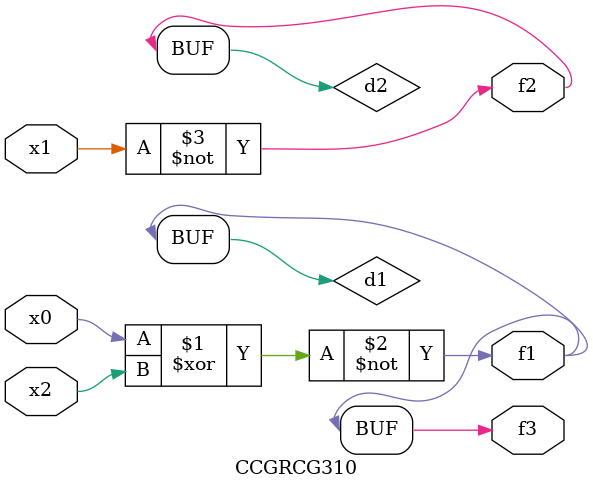
<source format=v>
module CCGRCG310(
	input x0, x1, x2,
	output f1, f2, f3
);

	wire d1, d2, d3;

	xnor (d1, x0, x2);
	nand (d2, x1);
	nor (d3, x1, x2);
	assign f1 = d1;
	assign f2 = d2;
	assign f3 = d1;
endmodule

</source>
